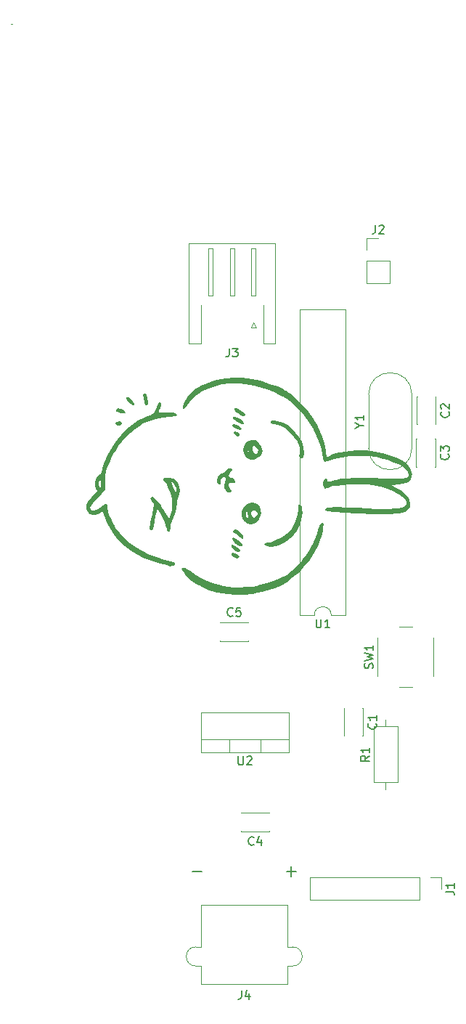
<source format=gbr>
%TF.GenerationSoftware,KiCad,Pcbnew,8.0.8-8.0.8-0~ubuntu24.04.1*%
%TF.CreationDate,2025-02-21T09:49:17+09:00*%
%TF.ProjectId,led01,6c656430-312e-46b6-9963-61645f706362,rev?*%
%TF.SameCoordinates,Original*%
%TF.FileFunction,Legend,Top*%
%TF.FilePolarity,Positive*%
%FSLAX46Y46*%
G04 Gerber Fmt 4.6, Leading zero omitted, Abs format (unit mm)*
G04 Created by KiCad (PCBNEW 8.0.8-8.0.8-0~ubuntu24.04.1) date 2025-02-21 09:49:17*
%MOMM*%
%LPD*%
G01*
G04 APERTURE LIST*
%ADD10C,0.150000*%
%ADD11C,0.120000*%
%ADD12C,0.000000*%
G04 APERTURE END LIST*
D10*
X122291666Y-48474819D02*
X122291666Y-49189104D01*
X122291666Y-49189104D02*
X122244047Y-49331961D01*
X122244047Y-49331961D02*
X122148809Y-49427200D01*
X122148809Y-49427200D02*
X122005952Y-49474819D01*
X122005952Y-49474819D02*
X121910714Y-49474819D01*
X122720238Y-48570057D02*
X122767857Y-48522438D01*
X122767857Y-48522438D02*
X122863095Y-48474819D01*
X122863095Y-48474819D02*
X123101190Y-48474819D01*
X123101190Y-48474819D02*
X123196428Y-48522438D01*
X123196428Y-48522438D02*
X123244047Y-48570057D01*
X123244047Y-48570057D02*
X123291666Y-48665295D01*
X123291666Y-48665295D02*
X123291666Y-48760533D01*
X123291666Y-48760533D02*
X123244047Y-48903390D01*
X123244047Y-48903390D02*
X122672619Y-49474819D01*
X122672619Y-49474819D02*
X123291666Y-49474819D01*
X122334580Y-106566666D02*
X122382200Y-106614285D01*
X122382200Y-106614285D02*
X122429819Y-106757142D01*
X122429819Y-106757142D02*
X122429819Y-106852380D01*
X122429819Y-106852380D02*
X122382200Y-106995237D01*
X122382200Y-106995237D02*
X122286961Y-107090475D01*
X122286961Y-107090475D02*
X122191723Y-107138094D01*
X122191723Y-107138094D02*
X122001247Y-107185713D01*
X122001247Y-107185713D02*
X121858390Y-107185713D01*
X121858390Y-107185713D02*
X121667914Y-107138094D01*
X121667914Y-107138094D02*
X121572676Y-107090475D01*
X121572676Y-107090475D02*
X121477438Y-106995237D01*
X121477438Y-106995237D02*
X121429819Y-106852380D01*
X121429819Y-106852380D02*
X121429819Y-106757142D01*
X121429819Y-106757142D02*
X121477438Y-106614285D01*
X121477438Y-106614285D02*
X121525057Y-106566666D01*
X122429819Y-105614285D02*
X122429819Y-106185713D01*
X122429819Y-105899999D02*
X121429819Y-105899999D01*
X121429819Y-105899999D02*
X121572676Y-105995237D01*
X121572676Y-105995237D02*
X121667914Y-106090475D01*
X121667914Y-106090475D02*
X121715533Y-106185713D01*
X108108333Y-120659580D02*
X108060714Y-120707200D01*
X108060714Y-120707200D02*
X107917857Y-120754819D01*
X107917857Y-120754819D02*
X107822619Y-120754819D01*
X107822619Y-120754819D02*
X107679762Y-120707200D01*
X107679762Y-120707200D02*
X107584524Y-120611961D01*
X107584524Y-120611961D02*
X107536905Y-120516723D01*
X107536905Y-120516723D02*
X107489286Y-120326247D01*
X107489286Y-120326247D02*
X107489286Y-120183390D01*
X107489286Y-120183390D02*
X107536905Y-119992914D01*
X107536905Y-119992914D02*
X107584524Y-119897676D01*
X107584524Y-119897676D02*
X107679762Y-119802438D01*
X107679762Y-119802438D02*
X107822619Y-119754819D01*
X107822619Y-119754819D02*
X107917857Y-119754819D01*
X107917857Y-119754819D02*
X108060714Y-119802438D01*
X108060714Y-119802438D02*
X108108333Y-119850057D01*
X108965476Y-120088152D02*
X108965476Y-120754819D01*
X108727381Y-119707200D02*
X108489286Y-120421485D01*
X108489286Y-120421485D02*
X109108333Y-120421485D01*
X121982200Y-100133332D02*
X122029819Y-99990475D01*
X122029819Y-99990475D02*
X122029819Y-99752380D01*
X122029819Y-99752380D02*
X121982200Y-99657142D01*
X121982200Y-99657142D02*
X121934580Y-99609523D01*
X121934580Y-99609523D02*
X121839342Y-99561904D01*
X121839342Y-99561904D02*
X121744104Y-99561904D01*
X121744104Y-99561904D02*
X121648866Y-99609523D01*
X121648866Y-99609523D02*
X121601247Y-99657142D01*
X121601247Y-99657142D02*
X121553628Y-99752380D01*
X121553628Y-99752380D02*
X121506009Y-99942856D01*
X121506009Y-99942856D02*
X121458390Y-100038094D01*
X121458390Y-100038094D02*
X121410771Y-100085713D01*
X121410771Y-100085713D02*
X121315533Y-100133332D01*
X121315533Y-100133332D02*
X121220295Y-100133332D01*
X121220295Y-100133332D02*
X121125057Y-100085713D01*
X121125057Y-100085713D02*
X121077438Y-100038094D01*
X121077438Y-100038094D02*
X121029819Y-99942856D01*
X121029819Y-99942856D02*
X121029819Y-99704761D01*
X121029819Y-99704761D02*
X121077438Y-99561904D01*
X121029819Y-99228570D02*
X122029819Y-98990475D01*
X122029819Y-98990475D02*
X121315533Y-98799999D01*
X121315533Y-98799999D02*
X122029819Y-98609523D01*
X122029819Y-98609523D02*
X121029819Y-98371428D01*
X122029819Y-97466666D02*
X122029819Y-98038094D01*
X122029819Y-97752380D02*
X121029819Y-97752380D01*
X121029819Y-97752380D02*
X121172676Y-97847618D01*
X121172676Y-97847618D02*
X121267914Y-97942856D01*
X121267914Y-97942856D02*
X121315533Y-98038094D01*
X106666666Y-137679819D02*
X106666666Y-138394104D01*
X106666666Y-138394104D02*
X106619047Y-138536961D01*
X106619047Y-138536961D02*
X106523809Y-138632200D01*
X106523809Y-138632200D02*
X106380952Y-138679819D01*
X106380952Y-138679819D02*
X106285714Y-138679819D01*
X107571428Y-138013152D02*
X107571428Y-138679819D01*
X107333333Y-137632200D02*
X107095238Y-138346485D01*
X107095238Y-138346485D02*
X107714285Y-138346485D01*
X100928571Y-123839700D02*
X102071429Y-123839700D01*
X111928571Y-123839700D02*
X113071429Y-123839700D01*
X112500000Y-124411128D02*
X112500000Y-123268271D01*
X115403095Y-94409819D02*
X115403095Y-95219342D01*
X115403095Y-95219342D02*
X115450714Y-95314580D01*
X115450714Y-95314580D02*
X115498333Y-95362200D01*
X115498333Y-95362200D02*
X115593571Y-95409819D01*
X115593571Y-95409819D02*
X115784047Y-95409819D01*
X115784047Y-95409819D02*
X115879285Y-95362200D01*
X115879285Y-95362200D02*
X115926904Y-95314580D01*
X115926904Y-95314580D02*
X115974523Y-95219342D01*
X115974523Y-95219342D02*
X115974523Y-94409819D01*
X116974523Y-95409819D02*
X116403095Y-95409819D01*
X116688809Y-95409819D02*
X116688809Y-94409819D01*
X116688809Y-94409819D02*
X116593571Y-94552676D01*
X116593571Y-94552676D02*
X116498333Y-94647914D01*
X116498333Y-94647914D02*
X116403095Y-94695533D01*
X130484819Y-126158333D02*
X131199104Y-126158333D01*
X131199104Y-126158333D02*
X131341961Y-126205952D01*
X131341961Y-126205952D02*
X131437200Y-126301190D01*
X131437200Y-126301190D02*
X131484819Y-126444047D01*
X131484819Y-126444047D02*
X131484819Y-126539285D01*
X131484819Y-125158333D02*
X131484819Y-125729761D01*
X131484819Y-125444047D02*
X130484819Y-125444047D01*
X130484819Y-125444047D02*
X130627676Y-125539285D01*
X130627676Y-125539285D02*
X130722914Y-125634523D01*
X130722914Y-125634523D02*
X130770533Y-125729761D01*
X121584819Y-110341666D02*
X121108628Y-110674999D01*
X121584819Y-110913094D02*
X120584819Y-110913094D01*
X120584819Y-110913094D02*
X120584819Y-110532142D01*
X120584819Y-110532142D02*
X120632438Y-110436904D01*
X120632438Y-110436904D02*
X120680057Y-110389285D01*
X120680057Y-110389285D02*
X120775295Y-110341666D01*
X120775295Y-110341666D02*
X120918152Y-110341666D01*
X120918152Y-110341666D02*
X121013390Y-110389285D01*
X121013390Y-110389285D02*
X121061009Y-110436904D01*
X121061009Y-110436904D02*
X121108628Y-110532142D01*
X121108628Y-110532142D02*
X121108628Y-110913094D01*
X121584819Y-109389285D02*
X121584819Y-109960713D01*
X121584819Y-109674999D02*
X120584819Y-109674999D01*
X120584819Y-109674999D02*
X120727676Y-109770237D01*
X120727676Y-109770237D02*
X120822914Y-109865475D01*
X120822914Y-109865475D02*
X120870533Y-109960713D01*
X105241666Y-62829819D02*
X105241666Y-63544104D01*
X105241666Y-63544104D02*
X105194047Y-63686961D01*
X105194047Y-63686961D02*
X105098809Y-63782200D01*
X105098809Y-63782200D02*
X104955952Y-63829819D01*
X104955952Y-63829819D02*
X104860714Y-63829819D01*
X105622619Y-62829819D02*
X106241666Y-62829819D01*
X106241666Y-62829819D02*
X105908333Y-63210771D01*
X105908333Y-63210771D02*
X106051190Y-63210771D01*
X106051190Y-63210771D02*
X106146428Y-63258390D01*
X106146428Y-63258390D02*
X106194047Y-63306009D01*
X106194047Y-63306009D02*
X106241666Y-63401247D01*
X106241666Y-63401247D02*
X106241666Y-63639342D01*
X106241666Y-63639342D02*
X106194047Y-63734580D01*
X106194047Y-63734580D02*
X106146428Y-63782200D01*
X106146428Y-63782200D02*
X106051190Y-63829819D01*
X106051190Y-63829819D02*
X105765476Y-63829819D01*
X105765476Y-63829819D02*
X105670238Y-63782200D01*
X105670238Y-63782200D02*
X105622619Y-63734580D01*
X105658333Y-93984580D02*
X105610714Y-94032200D01*
X105610714Y-94032200D02*
X105467857Y-94079819D01*
X105467857Y-94079819D02*
X105372619Y-94079819D01*
X105372619Y-94079819D02*
X105229762Y-94032200D01*
X105229762Y-94032200D02*
X105134524Y-93936961D01*
X105134524Y-93936961D02*
X105086905Y-93841723D01*
X105086905Y-93841723D02*
X105039286Y-93651247D01*
X105039286Y-93651247D02*
X105039286Y-93508390D01*
X105039286Y-93508390D02*
X105086905Y-93317914D01*
X105086905Y-93317914D02*
X105134524Y-93222676D01*
X105134524Y-93222676D02*
X105229762Y-93127438D01*
X105229762Y-93127438D02*
X105372619Y-93079819D01*
X105372619Y-93079819D02*
X105467857Y-93079819D01*
X105467857Y-93079819D02*
X105610714Y-93127438D01*
X105610714Y-93127438D02*
X105658333Y-93175057D01*
X106563095Y-93079819D02*
X106086905Y-93079819D01*
X106086905Y-93079819D02*
X106039286Y-93556009D01*
X106039286Y-93556009D02*
X106086905Y-93508390D01*
X106086905Y-93508390D02*
X106182143Y-93460771D01*
X106182143Y-93460771D02*
X106420238Y-93460771D01*
X106420238Y-93460771D02*
X106515476Y-93508390D01*
X106515476Y-93508390D02*
X106563095Y-93556009D01*
X106563095Y-93556009D02*
X106610714Y-93651247D01*
X106610714Y-93651247D02*
X106610714Y-93889342D01*
X106610714Y-93889342D02*
X106563095Y-93984580D01*
X106563095Y-93984580D02*
X106515476Y-94032200D01*
X106515476Y-94032200D02*
X106420238Y-94079819D01*
X106420238Y-94079819D02*
X106182143Y-94079819D01*
X106182143Y-94079819D02*
X106086905Y-94032200D01*
X106086905Y-94032200D02*
X106039286Y-93984580D01*
X106313095Y-110379819D02*
X106313095Y-111189342D01*
X106313095Y-111189342D02*
X106360714Y-111284580D01*
X106360714Y-111284580D02*
X106408333Y-111332200D01*
X106408333Y-111332200D02*
X106503571Y-111379819D01*
X106503571Y-111379819D02*
X106694047Y-111379819D01*
X106694047Y-111379819D02*
X106789285Y-111332200D01*
X106789285Y-111332200D02*
X106836904Y-111284580D01*
X106836904Y-111284580D02*
X106884523Y-111189342D01*
X106884523Y-111189342D02*
X106884523Y-110379819D01*
X107313095Y-110475057D02*
X107360714Y-110427438D01*
X107360714Y-110427438D02*
X107455952Y-110379819D01*
X107455952Y-110379819D02*
X107694047Y-110379819D01*
X107694047Y-110379819D02*
X107789285Y-110427438D01*
X107789285Y-110427438D02*
X107836904Y-110475057D01*
X107836904Y-110475057D02*
X107884523Y-110570295D01*
X107884523Y-110570295D02*
X107884523Y-110665533D01*
X107884523Y-110665533D02*
X107836904Y-110808390D01*
X107836904Y-110808390D02*
X107265476Y-111379819D01*
X107265476Y-111379819D02*
X107884523Y-111379819D01*
X130834580Y-70241666D02*
X130882200Y-70289285D01*
X130882200Y-70289285D02*
X130929819Y-70432142D01*
X130929819Y-70432142D02*
X130929819Y-70527380D01*
X130929819Y-70527380D02*
X130882200Y-70670237D01*
X130882200Y-70670237D02*
X130786961Y-70765475D01*
X130786961Y-70765475D02*
X130691723Y-70813094D01*
X130691723Y-70813094D02*
X130501247Y-70860713D01*
X130501247Y-70860713D02*
X130358390Y-70860713D01*
X130358390Y-70860713D02*
X130167914Y-70813094D01*
X130167914Y-70813094D02*
X130072676Y-70765475D01*
X130072676Y-70765475D02*
X129977438Y-70670237D01*
X129977438Y-70670237D02*
X129929819Y-70527380D01*
X129929819Y-70527380D02*
X129929819Y-70432142D01*
X129929819Y-70432142D02*
X129977438Y-70289285D01*
X129977438Y-70289285D02*
X130025057Y-70241666D01*
X130025057Y-69860713D02*
X129977438Y-69813094D01*
X129977438Y-69813094D02*
X129929819Y-69717856D01*
X129929819Y-69717856D02*
X129929819Y-69479761D01*
X129929819Y-69479761D02*
X129977438Y-69384523D01*
X129977438Y-69384523D02*
X130025057Y-69336904D01*
X130025057Y-69336904D02*
X130120295Y-69289285D01*
X130120295Y-69289285D02*
X130215533Y-69289285D01*
X130215533Y-69289285D02*
X130358390Y-69336904D01*
X130358390Y-69336904D02*
X130929819Y-69908332D01*
X130929819Y-69908332D02*
X130929819Y-69289285D01*
X120478628Y-71801190D02*
X120954819Y-71801190D01*
X119954819Y-72134523D02*
X120478628Y-71801190D01*
X120478628Y-71801190D02*
X119954819Y-71467857D01*
X120954819Y-70610714D02*
X120954819Y-71182142D01*
X120954819Y-70896428D02*
X119954819Y-70896428D01*
X119954819Y-70896428D02*
X120097676Y-70991666D01*
X120097676Y-70991666D02*
X120192914Y-71086904D01*
X120192914Y-71086904D02*
X120240533Y-71182142D01*
X130784580Y-75166666D02*
X130832200Y-75214285D01*
X130832200Y-75214285D02*
X130879819Y-75357142D01*
X130879819Y-75357142D02*
X130879819Y-75452380D01*
X130879819Y-75452380D02*
X130832200Y-75595237D01*
X130832200Y-75595237D02*
X130736961Y-75690475D01*
X130736961Y-75690475D02*
X130641723Y-75738094D01*
X130641723Y-75738094D02*
X130451247Y-75785713D01*
X130451247Y-75785713D02*
X130308390Y-75785713D01*
X130308390Y-75785713D02*
X130117914Y-75738094D01*
X130117914Y-75738094D02*
X130022676Y-75690475D01*
X130022676Y-75690475D02*
X129927438Y-75595237D01*
X129927438Y-75595237D02*
X129879819Y-75452380D01*
X129879819Y-75452380D02*
X129879819Y-75357142D01*
X129879819Y-75357142D02*
X129927438Y-75214285D01*
X129927438Y-75214285D02*
X129975057Y-75166666D01*
X129879819Y-74833332D02*
X129879819Y-74214285D01*
X129879819Y-74214285D02*
X130260771Y-74547618D01*
X130260771Y-74547618D02*
X130260771Y-74404761D01*
X130260771Y-74404761D02*
X130308390Y-74309523D01*
X130308390Y-74309523D02*
X130356009Y-74261904D01*
X130356009Y-74261904D02*
X130451247Y-74214285D01*
X130451247Y-74214285D02*
X130689342Y-74214285D01*
X130689342Y-74214285D02*
X130784580Y-74261904D01*
X130784580Y-74261904D02*
X130832200Y-74309523D01*
X130832200Y-74309523D02*
X130879819Y-74404761D01*
X130879819Y-74404761D02*
X130879819Y-74690475D01*
X130879819Y-74690475D02*
X130832200Y-74785713D01*
X130832200Y-74785713D02*
X130784580Y-74833332D01*
D11*
%TO.C,J2*%
X121295000Y-50020000D02*
X122625000Y-50020000D01*
X121295000Y-51350000D02*
X121295000Y-50020000D01*
X121295000Y-52620000D02*
X121295000Y-55220000D01*
X121295000Y-52620000D02*
X123955000Y-52620000D01*
X121295000Y-55220000D02*
X123955000Y-55220000D01*
X123955000Y-52620000D02*
X123955000Y-55220000D01*
%TO.C,C1*%
X118605000Y-104780000D02*
X118605000Y-108020000D01*
X118670000Y-104780000D02*
X118605000Y-104780000D01*
X118670000Y-108020000D02*
X118605000Y-108020000D01*
X120845000Y-104780000D02*
X120780000Y-104780000D01*
X120845000Y-104780000D02*
X120845000Y-108020000D01*
X120845000Y-108020000D02*
X120780000Y-108020000D01*
%TO.C,C4*%
X106655000Y-116995000D02*
X106655000Y-116930000D01*
X106655000Y-119170000D02*
X106655000Y-119105000D01*
X109895000Y-116930000D02*
X106655000Y-116930000D01*
X109895000Y-116995000D02*
X109895000Y-116930000D01*
X109895000Y-119170000D02*
X106655000Y-119170000D01*
X109895000Y-119170000D02*
X109895000Y-119105000D01*
%TO.C,SW1*%
X122575000Y-96550000D02*
X122575000Y-101050000D01*
X125075000Y-102300000D02*
X126575000Y-102300000D01*
X126575000Y-95300000D02*
X125075000Y-95300000D01*
X129075000Y-101050000D02*
X129075000Y-96550000D01*
%TO.C,J4*%
X101940000Y-132615000D02*
X101350000Y-132615000D01*
X101940000Y-132615000D02*
X101940000Y-127715000D01*
X101940000Y-134835000D02*
X101350000Y-134835000D01*
X101940000Y-136935000D02*
X101940000Y-134835000D01*
X112060000Y-127715000D02*
X101940000Y-127715000D01*
X112060000Y-132615000D02*
X112060000Y-127715000D01*
X112060000Y-136935000D02*
X101940000Y-136935000D01*
X112060000Y-136935000D02*
X112060000Y-134835000D01*
X112650000Y-132615000D02*
X112060000Y-132615000D01*
X112650000Y-134835000D02*
X112060000Y-134835000D01*
X101350000Y-134835000D02*
G75*
G02*
X101350000Y-132615000I0J1110000D01*
G01*
X112650000Y-132615000D02*
G75*
G02*
X112650000Y-134835000I0J-1110000D01*
G01*
%TO.C,U1*%
X113515000Y-58275000D02*
X113515000Y-93955000D01*
X113515000Y-93955000D02*
X115165000Y-93955000D01*
X117165000Y-93955000D02*
X118815000Y-93955000D01*
X118815000Y-58275000D02*
X113515000Y-58275000D01*
X118815000Y-93955000D02*
X118815000Y-58275000D01*
X115165000Y-93955000D02*
G75*
G02*
X117165000Y-93955000I1000000J0D01*
G01*
%TO.C,J1*%
X114670000Y-124495000D02*
X114670000Y-127155000D01*
X127430000Y-124495000D02*
X114670000Y-124495000D01*
X127430000Y-124495000D02*
X127430000Y-127155000D01*
X127430000Y-127155000D02*
X114670000Y-127155000D01*
X128700000Y-124495000D02*
X130030000Y-124495000D01*
X130030000Y-124495000D02*
X130030000Y-125825000D01*
%TO.C,R1*%
X122130000Y-106905000D02*
X122130000Y-113445000D01*
X122130000Y-113445000D02*
X124870000Y-113445000D01*
X123500000Y-106135000D02*
X123500000Y-106905000D01*
X123500000Y-114215000D02*
X123500000Y-113445000D01*
X124870000Y-106905000D02*
X122130000Y-106905000D01*
X124870000Y-113445000D02*
X124870000Y-106905000D01*
D12*
%TO.C,G\u002A\u002A\u002A*%
G36*
X106755338Y-66265676D02*
G01*
X107352071Y-66309364D01*
X107906492Y-66389716D01*
X108481610Y-66515876D01*
X109140435Y-66696985D01*
X109143614Y-66697917D01*
X109775792Y-66887418D01*
X110282388Y-67050704D01*
X110702019Y-67202938D01*
X111073304Y-67359285D01*
X111434859Y-67534909D01*
X111825303Y-67744975D01*
X111861621Y-67765218D01*
X112250522Y-67994643D01*
X112583222Y-68224365D01*
X112905034Y-68490623D01*
X113261267Y-68829655D01*
X113513742Y-69086558D01*
X114247605Y-69919260D01*
X114919945Y-70826825D01*
X115494132Y-71757053D01*
X115785638Y-72324126D01*
X116043274Y-72895553D01*
X116229685Y-73377684D01*
X116361872Y-73825759D01*
X116456835Y-74295015D01*
X116513047Y-74687638D01*
X116561972Y-75033992D01*
X116610632Y-75306663D01*
X116651984Y-75469371D01*
X116670563Y-75499126D01*
X116774264Y-75455400D01*
X116912228Y-75368642D01*
X117207013Y-75219353D01*
X117636766Y-75078277D01*
X118167126Y-74952042D01*
X118763735Y-74847274D01*
X119392235Y-74770602D01*
X120018267Y-74728653D01*
X120258918Y-74723093D01*
X121048892Y-74748699D01*
X121865365Y-74834558D01*
X122682723Y-74973317D01*
X123475354Y-75157621D01*
X124217643Y-75380117D01*
X124883977Y-75633451D01*
X125448743Y-75910269D01*
X125886326Y-76203216D01*
X126088796Y-76396915D01*
X126199729Y-76564526D01*
X126334600Y-76821412D01*
X126417072Y-77002772D01*
X126523725Y-77277997D01*
X126561434Y-77478688D01*
X126538086Y-77681209D01*
X126501733Y-77822273D01*
X126405670Y-78101233D01*
X126278847Y-78301904D01*
X126091101Y-78442237D01*
X125812268Y-78540182D01*
X125412183Y-78613689D01*
X125105732Y-78653019D01*
X124185164Y-78761353D01*
X124872151Y-79160520D01*
X125386102Y-79476513D01*
X125765519Y-79754288D01*
X126034253Y-80015526D01*
X126216154Y-80281911D01*
X126293226Y-80452419D01*
X126385386Y-80887596D01*
X126318472Y-81276089D01*
X126098790Y-81607593D01*
X125732646Y-81871806D01*
X125327116Y-82031142D01*
X125058018Y-82078951D01*
X124633710Y-82113657D01*
X124067810Y-82135255D01*
X123373936Y-82143743D01*
X122565703Y-82139115D01*
X121656729Y-82121367D01*
X120660632Y-82090496D01*
X119591027Y-82046498D01*
X119303614Y-82032958D01*
X118507547Y-81991544D01*
X117866041Y-81950448D01*
X117364348Y-81907079D01*
X116987720Y-81858848D01*
X116721410Y-81803164D01*
X116550670Y-81737436D01*
X116460754Y-81659074D01*
X116436912Y-81565488D01*
X116441154Y-81530169D01*
X116510838Y-81457721D01*
X116694110Y-81404039D01*
X116999302Y-81368922D01*
X117434743Y-81352170D01*
X118008763Y-81353582D01*
X118729692Y-81372959D01*
X119605859Y-81410099D01*
X120192614Y-81439923D01*
X121345490Y-81495802D01*
X122340800Y-81531347D01*
X123189151Y-81546016D01*
X123901151Y-81539269D01*
X124487407Y-81510563D01*
X124958526Y-81459359D01*
X125325114Y-81385114D01*
X125597780Y-81287287D01*
X125787129Y-81165338D01*
X125799739Y-81153827D01*
X125955629Y-80946656D01*
X125966254Y-80736049D01*
X125827631Y-80498051D01*
X125661581Y-80322986D01*
X125057010Y-79850849D01*
X124303353Y-79439875D01*
X123428603Y-79101573D01*
X122910092Y-78944799D01*
X122424944Y-78826473D01*
X121940707Y-78743668D01*
X121424930Y-78693458D01*
X120845162Y-78672915D01*
X120168952Y-78679115D01*
X119363849Y-78709130D01*
X119176614Y-78718123D01*
X118395898Y-78766179D01*
X117770368Y-78826548D01*
X117286173Y-78901575D01*
X116929461Y-78993601D01*
X116686378Y-79104970D01*
X116624672Y-79149704D01*
X116479256Y-79194225D01*
X116350315Y-79104181D01*
X116252779Y-78914333D01*
X116201579Y-78659443D01*
X116211644Y-78374271D01*
X116238583Y-78250793D01*
X116340705Y-78062967D01*
X116478067Y-77990972D01*
X116602900Y-78041640D01*
X116664019Y-78189959D01*
X116701433Y-78314260D01*
X116799302Y-78353622D01*
X117002686Y-78331202D01*
X117277530Y-78276016D01*
X117606805Y-78197540D01*
X117737281Y-78163054D01*
X118271208Y-78054531D01*
X118957734Y-77978125D01*
X119783079Y-77934443D01*
X120733466Y-77924089D01*
X121795118Y-77947671D01*
X122224614Y-77965645D01*
X123034183Y-77997758D01*
X123781812Y-78015932D01*
X124448810Y-78020399D01*
X125016489Y-78011387D01*
X125466158Y-77989125D01*
X125779128Y-77953842D01*
X125909436Y-77920459D01*
X126055719Y-77808180D01*
X126145460Y-77694864D01*
X126183785Y-77482759D01*
X126085400Y-77221078D01*
X125865714Y-76934632D01*
X125540137Y-76648233D01*
X125459310Y-76590108D01*
X125168843Y-76424744D01*
X124755100Y-76237004D01*
X124259980Y-76041812D01*
X123725381Y-75854091D01*
X123193202Y-75688766D01*
X122705342Y-75560759D01*
X122393948Y-75498257D01*
X121630794Y-75404214D01*
X120817081Y-75355868D01*
X120021286Y-75355122D01*
X119311887Y-75403876D01*
X119252305Y-75411047D01*
X118834921Y-75472959D01*
X118364696Y-75557928D01*
X117879926Y-75657330D01*
X117418906Y-75762544D01*
X117019929Y-75864947D01*
X116721291Y-75955916D01*
X116586537Y-76011271D01*
X116411100Y-76027953D01*
X116264238Y-75910170D01*
X116179729Y-75692709D01*
X116170948Y-75583280D01*
X116130292Y-75169373D01*
X116017366Y-74650256D01*
X115845732Y-74066685D01*
X115628953Y-73459420D01*
X115380591Y-72869216D01*
X115114208Y-72336831D01*
X115057071Y-72235888D01*
X114559064Y-71464432D01*
X113956575Y-70673705D01*
X113295535Y-69922206D01*
X113017563Y-69638336D01*
X112612936Y-69251282D01*
X112267057Y-68954468D01*
X111928759Y-68709325D01*
X111546872Y-68477283D01*
X111289605Y-68335844D01*
X110539967Y-67975746D01*
X109673269Y-67631303D01*
X108741735Y-67322183D01*
X108169948Y-67160935D01*
X107705160Y-67063750D01*
X107140000Y-66983041D01*
X106534278Y-66924094D01*
X105947809Y-66892190D01*
X105440406Y-66892615D01*
X105261600Y-66904036D01*
X104431533Y-67027422D01*
X103607900Y-67238262D01*
X102818399Y-67523581D01*
X102090728Y-67870405D01*
X101452586Y-68265762D01*
X100931671Y-68696678D01*
X100596185Y-69089250D01*
X100351326Y-69427669D01*
X100136870Y-69693488D01*
X99974138Y-69861810D01*
X99893781Y-69909629D01*
X99838864Y-69839435D01*
X99847621Y-69645693D01*
X99915650Y-69359900D01*
X100008301Y-69090029D01*
X100314177Y-68523608D01*
X100775000Y-67999422D01*
X101379607Y-67526833D01*
X102116834Y-67115202D01*
X102618130Y-66901399D01*
X103452854Y-66609880D01*
X104214491Y-66411842D01*
X104962928Y-66295918D01*
X105758050Y-66250745D01*
X106053281Y-66249509D01*
X106755338Y-66265676D01*
G37*
G36*
X97218019Y-69095537D02*
G01*
X97268298Y-69281716D01*
X97270616Y-69529584D01*
X97222365Y-69788060D01*
X97168508Y-69926086D01*
X97079150Y-70125790D01*
X97036811Y-70260906D01*
X97036281Y-70268938D01*
X97115526Y-70299855D01*
X97333394Y-70312208D01*
X97660085Y-70304967D01*
X97819448Y-70296038D01*
X98348583Y-70276564D01*
X98729052Y-70299233D01*
X98977030Y-70367443D01*
X99108694Y-70484593D01*
X99137670Y-70572992D01*
X99118912Y-70719891D01*
X98998474Y-70757793D01*
X98273292Y-70799256D01*
X97471840Y-70914661D01*
X96662869Y-71090528D01*
X95915130Y-71313378D01*
X95639281Y-71416376D01*
X95228711Y-71617706D01*
X94746630Y-71911432D01*
X94236739Y-72265850D01*
X93742736Y-72649258D01*
X93308323Y-73029954D01*
X93043573Y-73299455D01*
X92708335Y-73705259D01*
X92354019Y-74186507D01*
X92016798Y-74689884D01*
X91732847Y-75162076D01*
X91579824Y-75456793D01*
X91282479Y-76116693D01*
X91064123Y-76673306D01*
X90914700Y-77167374D01*
X90824152Y-77639640D01*
X90782424Y-78130846D01*
X90779459Y-78681736D01*
X90779822Y-78697825D01*
X90778880Y-79007077D01*
X90763082Y-79247347D01*
X90735760Y-79370981D01*
X90732458Y-79375159D01*
X90573278Y-79538589D01*
X90348638Y-79776935D01*
X90084107Y-80062162D01*
X89805251Y-80366234D01*
X89537639Y-80661116D01*
X89306837Y-80918772D01*
X89138414Y-81111166D01*
X89057938Y-81210263D01*
X89055994Y-81213447D01*
X89036199Y-81372426D01*
X89075065Y-81546087D01*
X89217400Y-81733008D01*
X89447784Y-81776060D01*
X89766519Y-81675191D01*
X90173906Y-81430350D01*
X90298942Y-81339700D01*
X90568426Y-81151489D01*
X90791646Y-81019879D01*
X90931813Y-80965697D01*
X90954197Y-80968727D01*
X91003471Y-81081528D01*
X91002441Y-81279877D01*
X91001311Y-81287653D01*
X91017861Y-81508232D01*
X91103870Y-81839096D01*
X91244682Y-82243562D01*
X91425641Y-82684948D01*
X91632091Y-83126575D01*
X91849377Y-83531761D01*
X91986769Y-83754126D01*
X92441548Y-84341885D01*
X93023300Y-84941110D01*
X93694809Y-85521855D01*
X94418857Y-86054172D01*
X95158227Y-86508113D01*
X95799577Y-86822183D01*
X96263873Y-87008767D01*
X96762348Y-87192387D01*
X97260886Y-87362180D01*
X97725369Y-87507286D01*
X98121679Y-87616841D01*
X98415699Y-87679984D01*
X98528748Y-87691073D01*
X98770701Y-87734238D01*
X98920695Y-87843309D01*
X98947904Y-87987814D01*
X98905842Y-88063819D01*
X98678280Y-88211136D01*
X98349799Y-88224925D01*
X97950929Y-88117542D01*
X97623267Y-88010339D01*
X97224340Y-87900323D01*
X96901550Y-87824711D01*
X96183074Y-87619748D01*
X95400000Y-87300000D01*
X94590237Y-86885466D01*
X93791691Y-86396144D01*
X93042272Y-85852032D01*
X92823435Y-85673325D01*
X92314955Y-85171288D01*
X91820184Y-84546263D01*
X91368662Y-83843851D01*
X90989932Y-83109656D01*
X90730051Y-82441793D01*
X90636864Y-82174627D01*
X90552720Y-81972945D01*
X90509960Y-81899112D01*
X90400636Y-81895006D01*
X90202593Y-81983418D01*
X90098849Y-82047279D01*
X89709661Y-82238542D01*
X89358049Y-82267069D01*
X89032875Y-82132296D01*
X88857481Y-81984593D01*
X88667451Y-81761061D01*
X88586002Y-81551869D01*
X88574981Y-81370760D01*
X88597824Y-81104188D01*
X88646632Y-80882040D01*
X88654194Y-80861662D01*
X88742791Y-80722352D01*
X88919840Y-80499178D01*
X89155129Y-80229076D01*
X89299001Y-80073281D01*
X89869964Y-79468031D01*
X89727789Y-79227348D01*
X89602893Y-78869699D01*
X89600867Y-78725548D01*
X90018256Y-78725548D01*
X90089851Y-78924977D01*
X90122571Y-78959358D01*
X90221295Y-79021405D01*
X90273783Y-78984996D01*
X90288477Y-78826671D01*
X90274750Y-78536530D01*
X90253043Y-78284650D01*
X90224554Y-78176843D01*
X90176312Y-78187961D01*
X90126583Y-78249282D01*
X90030643Y-78475052D01*
X90018256Y-78725548D01*
X89600867Y-78725548D01*
X89597261Y-78468979D01*
X89698558Y-78075508D01*
X89894451Y-77739603D01*
X90144802Y-77526219D01*
X90224554Y-77467600D01*
X90298989Y-77412889D01*
X90389769Y-77251950D01*
X90447615Y-76986001D01*
X90453817Y-76944121D01*
X90565397Y-76482633D01*
X90772052Y-75927857D01*
X91056008Y-75312759D01*
X91399497Y-74670304D01*
X91784747Y-74033459D01*
X92193988Y-73435188D01*
X92609448Y-72908458D01*
X92661650Y-72848475D01*
X93219758Y-72297329D01*
X93893504Y-71763621D01*
X94630225Y-71283469D01*
X95377258Y-70892994D01*
X95724190Y-70747965D01*
X96068941Y-70612630D01*
X96295498Y-70503394D01*
X96445173Y-70389513D01*
X96559278Y-70240240D01*
X96668291Y-70045340D01*
X96807247Y-69746595D01*
X96912880Y-69454528D01*
X96946472Y-69318460D01*
X97016598Y-69102457D01*
X97121293Y-69022134D01*
X97122384Y-69022126D01*
X97218019Y-69095537D01*
G37*
G36*
X98158114Y-77927995D02*
G01*
X98510616Y-77969875D01*
X98540312Y-77973403D01*
X98797712Y-78045464D01*
X98973617Y-78155902D01*
X99249729Y-78506994D01*
X99422298Y-78948013D01*
X99482535Y-79428543D01*
X99421650Y-79898171D01*
X99322281Y-80155793D01*
X99194773Y-80532792D01*
X99152948Y-80913205D01*
X99102035Y-81514678D01*
X98940638Y-82120914D01*
X98676906Y-82738962D01*
X98539135Y-83044636D01*
X98441260Y-83309820D01*
X98401460Y-83484173D01*
X98401759Y-83500962D01*
X98406711Y-83858390D01*
X98347432Y-84099204D01*
X98255403Y-84192454D01*
X98104171Y-84178313D01*
X98001547Y-84026477D01*
X97968911Y-83807361D01*
X97934087Y-83663332D01*
X97841068Y-83418242D01*
X97705432Y-83103983D01*
X97542755Y-82752446D01*
X97368613Y-82395521D01*
X97198584Y-82065098D01*
X97048244Y-81793069D01*
X96933169Y-81611324D01*
X96868937Y-81551754D01*
X96867521Y-81552438D01*
X96824426Y-81648987D01*
X96764600Y-81873574D01*
X96697785Y-82186988D01*
X96662502Y-82377797D01*
X96544054Y-83012459D01*
X96437997Y-83497869D01*
X96345870Y-83827740D01*
X96269211Y-83995785D01*
X96265387Y-84000305D01*
X96160122Y-84016939D01*
X96032482Y-83938871D01*
X95949528Y-83815184D01*
X95943790Y-83764926D01*
X95967290Y-83634493D01*
X96019170Y-83399498D01*
X96065664Y-83203793D01*
X96160967Y-82762483D01*
X96266555Y-82182599D01*
X96377108Y-81494184D01*
X96422737Y-81186840D01*
X96420727Y-80952213D01*
X96312626Y-80753462D01*
X96239292Y-80671459D01*
X96096653Y-80462981D01*
X96072156Y-80284805D01*
X96163949Y-80174252D01*
X96264908Y-80155793D01*
X96433955Y-80224199D01*
X96661267Y-80409782D01*
X96920412Y-80683092D01*
X97184957Y-81014678D01*
X97428468Y-81375087D01*
X97551661Y-81589492D01*
X97729924Y-81913831D01*
X97899026Y-82204053D01*
X98028810Y-82408843D01*
X98053070Y-82442662D01*
X98212208Y-82653460D01*
X98407411Y-82230126D01*
X98505605Y-81985112D01*
X98564603Y-81736796D01*
X98592979Y-81430319D01*
X98599306Y-81010820D01*
X98599273Y-81002460D01*
X98591858Y-80609135D01*
X98564505Y-80307947D01*
X98503805Y-80033974D01*
X98396348Y-79722293D01*
X98269785Y-79407209D01*
X98108658Y-79040995D01*
X97944963Y-78709878D01*
X97803394Y-78462143D01*
X97754350Y-78393524D01*
X98490126Y-78393524D01*
X98500890Y-78457000D01*
X98551134Y-78596493D01*
X98649082Y-78841211D01*
X98765064Y-79126826D01*
X98906084Y-79460020D01*
X99003040Y-79649194D01*
X99066372Y-79710648D01*
X99106523Y-79660683D01*
X99106691Y-79660156D01*
X99120495Y-79438022D01*
X99063210Y-79156644D01*
X98955135Y-78863136D01*
X98816570Y-78604609D01*
X98667816Y-78428176D01*
X98554136Y-78377793D01*
X98510616Y-78376858D01*
X98490126Y-78393524D01*
X97754350Y-78393524D01*
X97743960Y-78378987D01*
X97577365Y-78154508D01*
X97536097Y-78009763D01*
X97630844Y-77933115D01*
X97872293Y-77912926D01*
X98158114Y-77927995D01*
G37*
G36*
X116182623Y-83217847D02*
G01*
X116234867Y-83279768D01*
X116247953Y-83419191D01*
X116224649Y-83665754D01*
X116167723Y-84049092D01*
X116167507Y-84050460D01*
X116077111Y-84529042D01*
X115955915Y-84978585D01*
X115790641Y-85430005D01*
X115568007Y-85914220D01*
X115274733Y-86462147D01*
X114897538Y-87104705D01*
X114755423Y-87337835D01*
X114640236Y-87496052D01*
X114439935Y-87743677D01*
X114184647Y-88046052D01*
X113904500Y-88368518D01*
X113629621Y-88676416D01*
X113390139Y-88935087D01*
X113216182Y-89109871D01*
X113210562Y-89115040D01*
X112984801Y-89306121D01*
X112668746Y-89554466D01*
X112310118Y-89824555D01*
X111956642Y-90080866D01*
X111656040Y-90287879D01*
X111514281Y-90377594D01*
X111213095Y-90524223D01*
X110782690Y-90691012D01*
X110260270Y-90866858D01*
X109683039Y-91040657D01*
X109088202Y-91201308D01*
X108512962Y-91337708D01*
X107994523Y-91438755D01*
X107915948Y-91451426D01*
X107021971Y-91538000D01*
X106031345Y-91540335D01*
X104993951Y-91459059D01*
X104621625Y-91409890D01*
X103857245Y-91282235D01*
X103225720Y-91138547D01*
X102690624Y-90966949D01*
X102215532Y-90755565D01*
X101764017Y-90492518D01*
X101720367Y-90463975D01*
X101407837Y-90263003D01*
X101112622Y-90081991D01*
X100891744Y-89955762D01*
X100867871Y-89943361D01*
X100653033Y-89786640D01*
X100393032Y-89528548D01*
X100127300Y-89214406D01*
X99895269Y-88889532D01*
X99781680Y-88695005D01*
X99706906Y-88528044D01*
X99733253Y-88449844D01*
X99870030Y-88403876D01*
X100005536Y-88398112D01*
X100168960Y-88458971D01*
X100394281Y-88603636D01*
X100652541Y-88799581D01*
X101337869Y-89266646D01*
X102152567Y-89701231D01*
X103057331Y-90085758D01*
X104012856Y-90402651D01*
X104551424Y-90543068D01*
X105086158Y-90631578D01*
X105735992Y-90681358D01*
X106451327Y-90693025D01*
X107182566Y-90667197D01*
X107880110Y-90604491D01*
X108494360Y-90505524D01*
X108550948Y-90493289D01*
X109577691Y-90238729D01*
X110462487Y-89956253D01*
X111232341Y-89629290D01*
X111914261Y-89241272D01*
X112535250Y-88775631D01*
X113122316Y-88215797D01*
X113702464Y-87545201D01*
X114015186Y-87140793D01*
X114205606Y-86880513D01*
X114375492Y-86631089D01*
X114545199Y-86358757D01*
X114735086Y-86029751D01*
X114965508Y-85610308D01*
X115189237Y-85193460D01*
X115511575Y-84413266D01*
X115623862Y-83965793D01*
X115731063Y-83595428D01*
X115874833Y-83335104D01*
X116039378Y-83210732D01*
X116088455Y-83203793D01*
X116182623Y-83217847D01*
G37*
G36*
X105553353Y-76870613D02*
G01*
X105574137Y-76998737D01*
X105543378Y-77055914D01*
X105346630Y-77329345D01*
X105236787Y-77505553D01*
X105198084Y-77621969D01*
X105214753Y-77716027D01*
X105241822Y-77771812D01*
X105380786Y-77897212D01*
X105502291Y-77894497D01*
X105719721Y-77909287D01*
X105870772Y-78060399D01*
X105926281Y-78314076D01*
X105912376Y-78486088D01*
X105835871Y-78538904D01*
X105660160Y-78515069D01*
X105389265Y-78518879D01*
X105218325Y-78632464D01*
X105161809Y-78819425D01*
X105234190Y-79043365D01*
X105382239Y-79214102D01*
X105522220Y-79360684D01*
X105535501Y-79468882D01*
X105498872Y-79525703D01*
X105317849Y-79638549D01*
X105105160Y-79590490D01*
X104875474Y-79387297D01*
X104703128Y-79110616D01*
X104668098Y-78824225D01*
X104764908Y-78477843D01*
X104774030Y-78455859D01*
X104845600Y-78196986D01*
X104804779Y-77984919D01*
X104802773Y-77980472D01*
X104715942Y-77827131D01*
X104618706Y-77801216D01*
X104455012Y-77893393D01*
X104421120Y-77916927D01*
X104283718Y-78072026D01*
X104234408Y-78312128D01*
X104232948Y-78382594D01*
X104210406Y-78618485D01*
X104137310Y-78712520D01*
X104108927Y-78716460D01*
X103952442Y-78643346D01*
X103853994Y-78455960D01*
X103822999Y-78202233D01*
X103868876Y-77930095D01*
X103927767Y-77794446D01*
X104112626Y-77578482D01*
X104364407Y-77418099D01*
X104571614Y-77364258D01*
X104696708Y-77294188D01*
X104830488Y-77128376D01*
X104841099Y-77110297D01*
X105005616Y-76918447D01*
X105203821Y-76804618D01*
X105207131Y-76803764D01*
X105417953Y-76795825D01*
X105553353Y-76870613D01*
G37*
G36*
X108096729Y-80839188D02*
G01*
X108244722Y-80861061D01*
X108556911Y-81019601D01*
X108800989Y-81285814D01*
X108937207Y-81624102D01*
X108961147Y-82073411D01*
X108849588Y-82513450D01*
X108623291Y-82901704D01*
X108303018Y-83195661D01*
X108123619Y-83290114D01*
X107780957Y-83345290D01*
X107418627Y-83254329D01*
X107075428Y-83030013D01*
X106950134Y-82903467D01*
X106768893Y-82629139D01*
X106696274Y-82319547D01*
X106712468Y-82116191D01*
X107199368Y-82116191D01*
X107250033Y-82390974D01*
X107379971Y-82576837D01*
X107507380Y-82684040D01*
X107534342Y-82677076D01*
X107493269Y-82568793D01*
X107436509Y-82372080D01*
X107389332Y-82111006D01*
X107384380Y-82071759D01*
X107366960Y-81979732D01*
X107806803Y-81979732D01*
X107807091Y-82110142D01*
X107894649Y-82315430D01*
X107918122Y-82361331D01*
X108028745Y-82531969D01*
X108123829Y-82610541D01*
X108129789Y-82611126D01*
X108279599Y-82541038D01*
X108430651Y-82373378D01*
X108533219Y-82172058D01*
X108550948Y-82069851D01*
X108480811Y-81887504D01*
X108309737Y-81778978D01*
X108096729Y-81762480D01*
X107900788Y-81856218D01*
X107890548Y-81866060D01*
X107806803Y-81979732D01*
X107366960Y-81979732D01*
X107346384Y-81871028D01*
X107296528Y-81832043D01*
X107272379Y-81860093D01*
X107199368Y-82116191D01*
X106712468Y-82116191D01*
X106726983Y-81933914D01*
X106789065Y-81663041D01*
X106958829Y-81291967D01*
X107221475Y-81025648D01*
X107296528Y-80988281D01*
X107544805Y-80864669D01*
X107896621Y-80809612D01*
X108096729Y-80839188D01*
G37*
G36*
X108154055Y-73544379D02*
G01*
X108289754Y-73562868D01*
X108525638Y-73688295D01*
X108775952Y-73939781D01*
X108985280Y-74266798D01*
X109116452Y-74603135D01*
X109142222Y-74786538D01*
X109069097Y-75066675D01*
X108874711Y-75350235D01*
X108600781Y-75594674D01*
X108289019Y-75757445D01*
X108157206Y-75791160D01*
X107743361Y-75786290D01*
X107387865Y-75644896D01*
X107110639Y-75395365D01*
X106931605Y-75066089D01*
X106870686Y-74685458D01*
X106885080Y-74610126D01*
X107372877Y-74610126D01*
X107394787Y-74836386D01*
X107446974Y-74988674D01*
X107534302Y-75084943D01*
X107573594Y-75044566D01*
X107560190Y-74894579D01*
X107498917Y-74687401D01*
X107422555Y-74486268D01*
X107393563Y-74444026D01*
X107958427Y-74444026D01*
X107977509Y-74676146D01*
X108061161Y-74909838D01*
X108122310Y-75002913D01*
X108261310Y-75135551D01*
X108383937Y-75138517D01*
X108439810Y-75109479D01*
X108589169Y-74930547D01*
X108611879Y-74683851D01*
X108513193Y-74435898D01*
X108345822Y-74277949D01*
X108154055Y-74227172D01*
X108014726Y-74285571D01*
X107958427Y-74444026D01*
X107393563Y-74444026D01*
X107386823Y-74434206D01*
X107374996Y-74520964D01*
X107372877Y-74610126D01*
X106885080Y-74610126D01*
X106947802Y-74281861D01*
X107005913Y-74150478D01*
X107252053Y-73819027D01*
X107386823Y-73728282D01*
X107572716Y-73603114D01*
X107930938Y-73513980D01*
X108154055Y-73544379D01*
G37*
G36*
X113602792Y-81079637D02*
G01*
X113708175Y-81291050D01*
X113769353Y-81606517D01*
X113784479Y-81995860D01*
X113751709Y-82428898D01*
X113669196Y-82875450D01*
X113587079Y-83161460D01*
X113388720Y-83628993D01*
X113111056Y-84122801D01*
X112802482Y-84559849D01*
X112705992Y-84673183D01*
X112384876Y-84970656D01*
X111973822Y-85266771D01*
X111514339Y-85539463D01*
X111047935Y-85766670D01*
X110616118Y-85926329D01*
X110260397Y-85996375D01*
X110213970Y-85997793D01*
X109976334Y-85970385D01*
X109715899Y-85901150D01*
X109485749Y-85809575D01*
X109338967Y-85715144D01*
X109312948Y-85667048D01*
X109380586Y-85576448D01*
X109446873Y-85541185D01*
X109629702Y-85502789D01*
X109826337Y-85489793D01*
X110068096Y-85444955D01*
X110407793Y-85323945D01*
X110804170Y-85147023D01*
X111215970Y-84934444D01*
X111601935Y-84706466D01*
X111920807Y-84483347D01*
X111987743Y-84428538D01*
X112518820Y-83866317D01*
X112920976Y-83207964D01*
X113182088Y-82479955D01*
X113290032Y-81708763D01*
X113292281Y-81579759D01*
X113297401Y-81272495D01*
X113319590Y-81098084D01*
X113369095Y-81020187D01*
X113455048Y-81002460D01*
X113602792Y-81079637D01*
G37*
G36*
X110890534Y-71303180D02*
G01*
X111246893Y-71384500D01*
X111537999Y-71484696D01*
X112032120Y-71759341D01*
X112531798Y-72158300D01*
X113000830Y-72641786D01*
X113403010Y-73170012D01*
X113702135Y-73703188D01*
X113808200Y-73979588D01*
X113913779Y-74418850D01*
X113961892Y-74846447D01*
X113951431Y-75218170D01*
X113881287Y-75489805D01*
X113847497Y-75546444D01*
X113754976Y-75653393D01*
X113673984Y-75648435D01*
X113539403Y-75527333D01*
X113538390Y-75526334D01*
X113413951Y-75373301D01*
X113406895Y-75225616D01*
X113452680Y-75097364D01*
X113502037Y-74797924D01*
X113456849Y-74410292D01*
X113325297Y-73980893D01*
X113211478Y-73728700D01*
X113044984Y-73470390D01*
X112788052Y-73149247D01*
X112476066Y-72802146D01*
X112144409Y-72465961D01*
X111828465Y-72177566D01*
X111563615Y-71973835D01*
X111480210Y-71924464D01*
X111193614Y-71814596D01*
X110837599Y-71727416D01*
X110626234Y-71696493D01*
X110310155Y-71650092D01*
X110139920Y-71583433D01*
X110094141Y-71515664D01*
X110104771Y-71365123D01*
X110128465Y-71325164D01*
X110284851Y-71268253D01*
X110554364Y-71262678D01*
X110890534Y-71303180D01*
G37*
G36*
X105845919Y-84945724D02*
G01*
X106057958Y-85070065D01*
X106308212Y-85237972D01*
X106550544Y-85417268D01*
X106738818Y-85575775D01*
X106818680Y-85664625D01*
X106828381Y-85793824D01*
X106716330Y-85880143D01*
X106529808Y-85890760D01*
X106501709Y-85884657D01*
X106279890Y-85790520D01*
X106057783Y-85634269D01*
X105857509Y-85443784D01*
X105701188Y-85246948D01*
X105610938Y-85071639D01*
X105608881Y-84945739D01*
X105717136Y-84897128D01*
X105718230Y-84897126D01*
X105845919Y-84945724D01*
G37*
G36*
X106044685Y-83910024D02*
G01*
X106267393Y-84046309D01*
X106438478Y-84191324D01*
X106722429Y-84470378D01*
X106873305Y-84681227D01*
X106902249Y-84844404D01*
X106849714Y-84948979D01*
X106773947Y-85004394D01*
X106674936Y-84976429D01*
X106517374Y-84848188D01*
X106396133Y-84731901D01*
X106183022Y-84544574D01*
X105998767Y-84420071D01*
X105910968Y-84389126D01*
X105764675Y-84324575D01*
X105723293Y-84166322D01*
X105769972Y-84024179D01*
X105885788Y-83904375D01*
X106044685Y-83910024D01*
G37*
G36*
X106090640Y-69798015D02*
G01*
X106304647Y-69901867D01*
X106557228Y-70057488D01*
X106804280Y-70234830D01*
X107001698Y-70403845D01*
X107105378Y-70534484D01*
X107111614Y-70561051D01*
X107050764Y-70695281D01*
X106887207Y-70721757D01*
X106649435Y-70639780D01*
X106537833Y-70575122D01*
X106300410Y-70426550D01*
X106095875Y-70305049D01*
X106053281Y-70281375D01*
X105912230Y-70144317D01*
X105855952Y-69969406D01*
X105896427Y-69821075D01*
X105959312Y-69775980D01*
X106090640Y-69798015D01*
G37*
G36*
X95508098Y-68126907D02*
G01*
X95589610Y-68310681D01*
X95673906Y-68643501D01*
X95678875Y-68666460D01*
X95746547Y-69034166D01*
X95757931Y-69270862D01*
X95711429Y-69405796D01*
X95635630Y-69458576D01*
X95513857Y-69479683D01*
X95432942Y-69409784D01*
X95374004Y-69220000D01*
X95335616Y-68999734D01*
X95286741Y-68719991D01*
X95235682Y-68486395D01*
X95218066Y-68423545D01*
X95228649Y-68221068D01*
X95301181Y-68132656D01*
X95416309Y-68073719D01*
X95508098Y-68126907D01*
G37*
G36*
X105783145Y-85794687D02*
G01*
X106005301Y-85922918D01*
X106233549Y-86091813D01*
X106419536Y-86264696D01*
X106514911Y-86404892D01*
X106518948Y-86429105D01*
X106460819Y-86561788D01*
X106298596Y-86579332D01*
X106050522Y-86483674D01*
X105845958Y-86357626D01*
X105650421Y-86183131D01*
X105527705Y-85999113D01*
X105491940Y-85843203D01*
X105557259Y-85753028D01*
X105615432Y-85743793D01*
X105783145Y-85794687D01*
G37*
G36*
X105883055Y-71641412D02*
G01*
X106118203Y-71730417D01*
X106366514Y-71872135D01*
X106569804Y-72038384D01*
X106581527Y-72050960D01*
X106667659Y-72193343D01*
X106621356Y-72297918D01*
X106511220Y-72341653D01*
X106324085Y-72298905D01*
X106170685Y-72235132D01*
X105839625Y-72058711D01*
X105643336Y-71893930D01*
X105590545Y-71752422D01*
X105689980Y-71645822D01*
X105719249Y-71633299D01*
X105883055Y-71641412D01*
G37*
G36*
X105972908Y-70795883D02*
G01*
X106227255Y-70896493D01*
X106524657Y-71068563D01*
X106748697Y-71231088D01*
X106908689Y-71414186D01*
X106916859Y-71548588D01*
X106845820Y-71654048D01*
X106726979Y-71674461D01*
X106533579Y-71604114D01*
X106238861Y-71437296D01*
X106156465Y-71386267D01*
X105843671Y-71162468D01*
X105692438Y-70983738D01*
X105703184Y-70850788D01*
X105803916Y-70786632D01*
X105972908Y-70795883D01*
G37*
G36*
X92605619Y-69851863D02*
G01*
X92870984Y-69967469D01*
X92918530Y-70001938D01*
X93107769Y-70196855D01*
X93144921Y-70343776D01*
X93044752Y-70423579D01*
X92822029Y-70417146D01*
X92638256Y-70364851D01*
X92398809Y-70291936D01*
X92207238Y-70254570D01*
X92189114Y-70253509D01*
X92063660Y-70193640D01*
X92056582Y-70057836D01*
X92142548Y-69928060D01*
X92341984Y-69836744D01*
X92605619Y-69851863D01*
G37*
G36*
X93664899Y-68613294D02*
G01*
X93866489Y-68796600D01*
X94037903Y-69018283D01*
X94142185Y-69241513D01*
X94157614Y-69344865D01*
X94115379Y-69469085D01*
X93986999Y-69454091D01*
X93769962Y-69298939D01*
X93589319Y-69131498D01*
X93349615Y-68873352D01*
X93241399Y-68690999D01*
X93256194Y-68564923D01*
X93319021Y-68509137D01*
X93470091Y-68505196D01*
X93664899Y-68613294D01*
G37*
G36*
X105941836Y-86716972D02*
G01*
X106192092Y-86823114D01*
X106373381Y-86964459D01*
X106434281Y-87096796D01*
X106379997Y-87270632D01*
X106216727Y-87315859D01*
X105943846Y-87232572D01*
X105849823Y-87187314D01*
X105631100Y-87038255D01*
X105510845Y-86882401D01*
X105500168Y-86752296D01*
X105610175Y-86680484D01*
X105675001Y-86675126D01*
X105941836Y-86716972D01*
G37*
G36*
X106198848Y-72612258D02*
G01*
X106342670Y-72711864D01*
X106476442Y-72838418D01*
X106486986Y-72927514D01*
X106407092Y-73022601D01*
X106298845Y-73108868D01*
X106194598Y-73097437D01*
X106038376Y-72992361D01*
X105829819Y-72804191D01*
X105774677Y-72661433D01*
X105811628Y-72594001D01*
X105975729Y-72539811D01*
X106198848Y-72612258D01*
G37*
G36*
X92642055Y-71441547D02*
G01*
X92701591Y-71573382D01*
X92663138Y-71745956D01*
X92491336Y-71823112D01*
X92209355Y-71803241D01*
X92015702Y-71713639D01*
X91951888Y-71579812D01*
X92023509Y-71450205D01*
X92161251Y-71386908D01*
X92455711Y-71358345D01*
X92642055Y-71441547D01*
G37*
G36*
X80007064Y-25027361D02*
G01*
X79967875Y-25057836D01*
X79835551Y-25067930D01*
X79805597Y-25051152D01*
X79830848Y-25012670D01*
X79916722Y-25006684D01*
X80007064Y-25027361D01*
G37*
D11*
%TO.C,J3*%
X100515000Y-50565000D02*
X100515000Y-62285000D01*
X100515000Y-62285000D02*
X101935000Y-62285000D01*
X101935000Y-62285000D02*
X101935000Y-57785000D01*
X102825000Y-51175000D02*
X102825000Y-56675000D01*
X102825000Y-56675000D02*
X103325000Y-56675000D01*
X103325000Y-51175000D02*
X102825000Y-51175000D01*
X103325000Y-56675000D02*
X103325000Y-51175000D01*
X105325000Y-51175000D02*
X105325000Y-56675000D01*
X105325000Y-56675000D02*
X105825000Y-56675000D01*
X105575000Y-50565000D02*
X100515000Y-50565000D01*
X105575000Y-50565000D02*
X110635000Y-50565000D01*
X105825000Y-51175000D02*
X105325000Y-51175000D01*
X105825000Y-56675000D02*
X105825000Y-51175000D01*
X107775000Y-60375000D02*
X108075000Y-59775000D01*
X107825000Y-51175000D02*
X107825000Y-56675000D01*
X107825000Y-56675000D02*
X108325000Y-56675000D01*
X108075000Y-59775000D02*
X108375000Y-60375000D01*
X108325000Y-51175000D02*
X107825000Y-51175000D01*
X108325000Y-56675000D02*
X108325000Y-51175000D01*
X108375000Y-60375000D02*
X107775000Y-60375000D01*
X109215000Y-62285000D02*
X109215000Y-57785000D01*
X110635000Y-50565000D02*
X110635000Y-62285000D01*
X110635000Y-62285000D02*
X109215000Y-62285000D01*
%TO.C,C5*%
X104205000Y-94755000D02*
X104205000Y-94820000D01*
X104205000Y-94755000D02*
X107445000Y-94755000D01*
X104205000Y-96930000D02*
X104205000Y-96995000D01*
X104205000Y-96995000D02*
X107445000Y-96995000D01*
X107445000Y-94755000D02*
X107445000Y-94820000D01*
X107445000Y-96930000D02*
X107445000Y-96995000D01*
%TO.C,U2*%
X101955000Y-109925000D02*
X101955000Y-105284000D01*
X105224000Y-109925000D02*
X105224000Y-108415000D01*
X108925000Y-109925000D02*
X108925000Y-108415000D01*
X112195000Y-105284000D02*
X101955000Y-105284000D01*
X112195000Y-108415000D02*
X101955000Y-108415000D01*
X112195000Y-109925000D02*
X101955000Y-109925000D01*
X112195000Y-109925000D02*
X112195000Y-105284000D01*
%TO.C,C2*%
X127105000Y-68455000D02*
X127105000Y-71695000D01*
X127170000Y-68455000D02*
X127105000Y-68455000D01*
X127170000Y-71695000D02*
X127105000Y-71695000D01*
X129345000Y-68455000D02*
X129280000Y-68455000D01*
X129345000Y-68455000D02*
X129345000Y-71695000D01*
X129345000Y-71695000D02*
X129280000Y-71695000D01*
%TO.C,Y1*%
X121500000Y-74450000D02*
X121500000Y-68200000D01*
X126550000Y-74450000D02*
X126550000Y-68200000D01*
X121500000Y-68200000D02*
G75*
G02*
X126550000Y-68200000I2525000J0D01*
G01*
X126550000Y-74450000D02*
G75*
G02*
X121500000Y-74450000I-2525000J0D01*
G01*
%TO.C,C3*%
X127055000Y-73380000D02*
X127055000Y-76620000D01*
X127120000Y-73380000D02*
X127055000Y-73380000D01*
X127120000Y-76620000D02*
X127055000Y-76620000D01*
X129295000Y-73380000D02*
X129230000Y-73380000D01*
X129295000Y-73380000D02*
X129295000Y-76620000D01*
X129295000Y-76620000D02*
X129230000Y-76620000D01*
%TD*%
M02*

</source>
